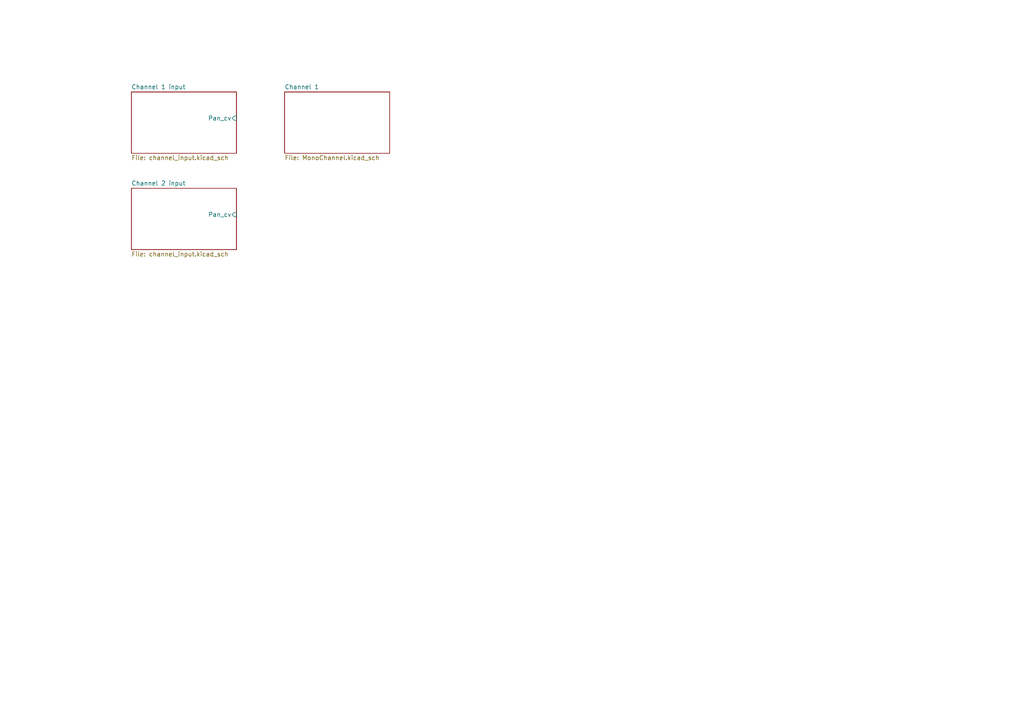
<source format=kicad_sch>
(kicad_sch (version 20230121) (generator eeschema)
  (paper "A4")
  (lib_symbols)
  (sheet (at 82.55 26.67) (size 30.48 17.78) (stroke (width 0.1524))
    (property "Sheetname" "Channel 1" (at 82.55 25.9584 0) (effects (justify left bottom)))
    (property "Sheetfile" "MonoChannel.kicad_sch" (at 82.55 45.0346 0) (effects (justify left top)))
  )
  (sheet (at 38.1 26.67) (size 30.48 17.78) (stroke (width 0.1524))
    (property "Sheetname" "Channel 1 input" (at 38.1 25.9584 0) (effects (justify left bottom)))
    (property "Sheetfile" "channel_input.kicad_sch" (at 38.1 45.0346 0) (effects (justify left top)))
    (pin "Pan_cv" input (at 68.58 34.29 0))
  )
  (sheet (at 38.1 54.61) (size 30.48 17.78) (stroke (width 0.1524))
    (property "Sheetname" "Channel 2 input" (at 38.1 53.8984 0) (effects (justify left bottom)))
    (property "Sheetfile" "channel_input.kicad_sch" (at 38.1 72.9746 0) (effects (justify left top)))
    (pin "Pan_cv" input (at 68.58 62.23 0))
  )
)
</source>
